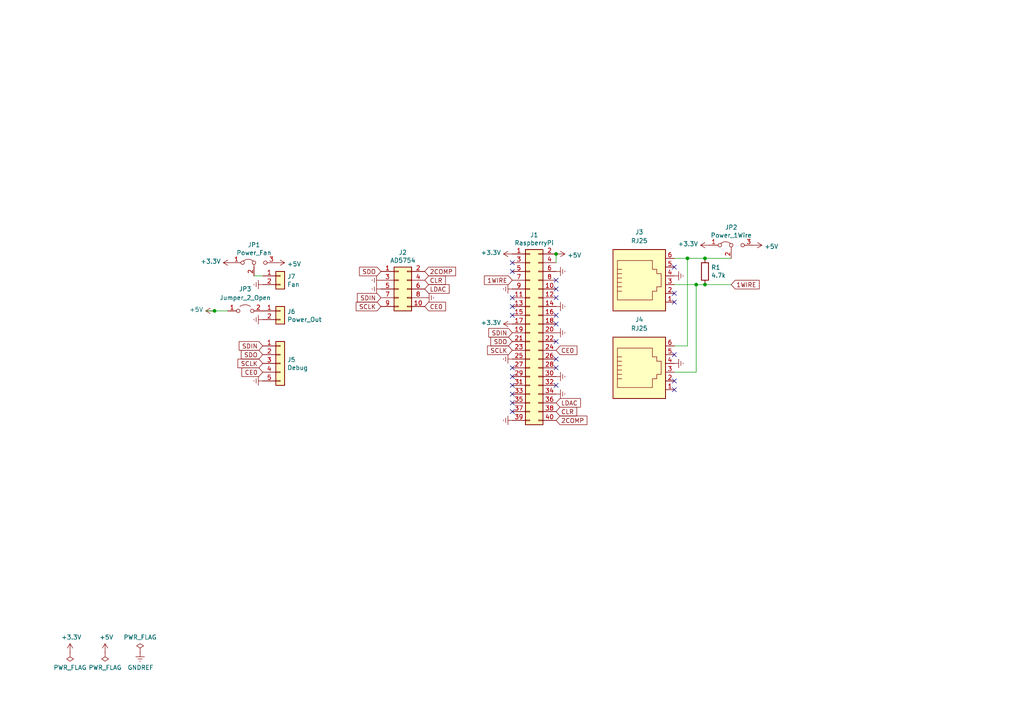
<source format=kicad_sch>
(kicad_sch (version 20230121) (generator eeschema)
  (paper "A4")
  (title_block (title " RaspberryPi 4 AD5754/LTC2983/DS18B20 Tophat") (date "2020-03-02") (rev "01") (company "Magdalena Ridge Observatory Interferometer") (comment 1 "J. F. Dooley"))
  (lib_symbols
    (symbol "Connector:RJ25" (pin_names (offset 1.016))
      (property "Reference" "J" (at -5.08 11.43 0))
      (property "Value" "RJ25" (at 2.54 11.43 0))
      (symbol "RJ25_0_1"
        (polyline (pts (xy -6.35 -1.905) (xy -5.08 -1.905) (xy -5.08 -1.905)))
        (polyline (pts (xy -6.35 -0.635) (xy -5.08 -0.635) (xy -5.08 -0.635)))
        (polyline (pts (xy -6.35 0.635) (xy -5.08 0.635) (xy -5.08 0.635)))
        (polyline (pts (xy -6.35 1.905) (xy -5.08 1.905) (xy -5.08 1.905)))
        (polyline (pts (xy -6.35 3.175) (xy -5.08 3.175) (xy -5.08 3.175)))
        (polyline (pts (xy -5.08 4.445) (xy -6.35 4.445) (xy -6.35 4.445)))
        (polyline (pts (xy -6.35 -4.445) (xy -6.35 6.985) (xy 3.81 6.985) (xy 3.81 4.445) (xy 5.08 4.445) (xy 5.08 3.175) (xy 6.35 3.175) (xy 6.35 -0.635) (xy 5.08 -0.635) (xy 5.08 -1.905) (xy 3.81 -1.905) (xy 3.81 -4.445) (xy -6.35 -4.445) (xy -6.35 -4.445)))
        (rectangle (start 7.62 10.16) (end -7.62 -7.62) (stroke (width 0.254)) (fill (type background)))
      )
      (symbol "RJ25_1_1"
        (pin passive line (at 10.16 -5.08 180) (length 2.54) (name "~") (number "1"))
        (pin passive line (at 10.16 -2.54 180) (length 2.54) (name "~") (number "2"))
        (pin passive line (at 10.16 0 180) (length 2.54) (name "~") (number "3"))
        (pin passive line (at 10.16 2.54 180) (length 2.54) (name "~") (number "4"))
        (pin passive line (at 10.16 5.08 180) (length 2.54) (name "~") (number "5"))
        (pin passive line (at 10.16 7.62 180) (length 2.54) (name "~") (number "6"))
      )
    )
    (symbol "Connector_Generic:Conn_01x02" (pin_names (offset 1.016) hide)
      (property "Reference" "J" (at 0 2.54 0))
      (property "Value" "Conn_01x02" (at 0 -5.08 0))
      (symbol "Conn_01x02_1_1"
        (rectangle (start -1.27 -2.413) (end 0 -2.667) (stroke (width 0.1524)))
        (rectangle (start -1.27 0.127) (end 0 -0.127) (stroke (width 0.1524)))
        (rectangle (start -1.27 1.27) (end 1.27 -3.81) (stroke (width 0.254)) (fill (type background)))
        (pin passive line (at -5.08 0 0) (length 3.81) (name "Pin_1") (number "1"))
        (pin passive line (at -5.08 -2.54 0) (length 3.81) (name "Pin_2") (number "2"))
      )
    )
    (symbol "Connector_Generic:Conn_01x05" (pin_names (offset 1.016) hide)
      (property "Reference" "J" (at 0 7.62 0))
      (property "Value" "Conn_01x05" (at 0 -7.62 0))
      (symbol "Conn_01x05_1_1"
        (rectangle (start -1.27 -4.953) (end 0 -5.207) (stroke (width 0.1524)))
        (rectangle (start -1.27 -2.413) (end 0 -2.667) (stroke (width 0.1524)))
        (rectangle (start -1.27 0.127) (end 0 -0.127) (stroke (width 0.1524)))
        (rectangle (start -1.27 2.667) (end 0 2.413) (stroke (width 0.1524)))
        (rectangle (start -1.27 5.207) (end 0 4.953) (stroke (width 0.1524)))
        (rectangle (start -1.27 6.35) (end 1.27 -6.35) (stroke (width 0.254)) (fill (type background)))
        (pin passive line (at -5.08 5.08 0) (length 3.81) (name "Pin_1") (number "1"))
        (pin passive line (at -5.08 2.54 0) (length 3.81) (name "Pin_2") (number "2"))
        (pin passive line (at -5.08 0 0) (length 3.81) (name "Pin_3") (number "3"))
        (pin passive line (at -5.08 -2.54 0) (length 3.81) (name "Pin_4") (number "4"))
        (pin passive line (at -5.08 -5.08 0) (length 3.81) (name "Pin_5") (number "5"))
      )
    )
    (symbol "Connector_Generic:Conn_02x05_Odd_Even" (pin_names (offset 1.016) hide)
      (property "Reference" "J" (at 1.27 7.62 0))
      (property "Value" "Conn_02x05_Odd_Even" (at 1.27 -7.62 0))
      (symbol "Conn_02x05_Odd_Even_1_1"
        (rectangle (start -1.27 -4.953) (end 0 -5.207) (stroke (width 0.1524)))
        (rectangle (start -1.27 -2.413) (end 0 -2.667) (stroke (width 0.1524)))
        (rectangle (start -1.27 0.127) (end 0 -0.127) (stroke (width 0.1524)))
        (rectangle (start -1.27 2.667) (end 0 2.413) (stroke (width 0.1524)))
        (rectangle (start -1.27 5.207) (end 0 4.953) (stroke (width 0.1524)))
        (rectangle (start -1.27 6.35) (end 3.81 -6.35) (stroke (width 0.254)) (fill (type background)))
        (rectangle (start 3.81 -4.953) (end 2.54 -5.207) (stroke (width 0.1524)))
        (rectangle (start 3.81 -2.413) (end 2.54 -2.667) (stroke (width 0.1524)))
        (rectangle (start 3.81 0.127) (end 2.54 -0.127) (stroke (width 0.1524)))
        (rectangle (start 3.81 2.667) (end 2.54 2.413) (stroke (width 0.1524)))
        (rectangle (start 3.81 5.207) (end 2.54 4.953) (stroke (width 0.1524)))
        (pin passive line (at -5.08 5.08 0) (length 3.81) (name "Pin_1") (number "1"))
        (pin passive line (at 7.62 -5.08 180) (length 3.81) (name "Pin_10") (number "10"))
        (pin passive line (at 7.62 5.08 180) (length 3.81) (name "Pin_2") (number "2"))
        (pin passive line (at -5.08 2.54 0) (length 3.81) (name "Pin_3") (number "3"))
        (pin passive line (at 7.62 2.54 180) (length 3.81) (name "Pin_4") (number "4"))
        (pin passive line (at -5.08 0 0) (length 3.81) (name "Pin_5") (number "5"))
        (pin passive line (at 7.62 0 180) (length 3.81) (name "Pin_6") (number "6"))
        (pin passive line (at -5.08 -2.54 0) (length 3.81) (name "Pin_7") (number "7"))
        (pin passive line (at 7.62 -2.54 180) (length 3.81) (name "Pin_8") (number "8"))
        (pin passive line (at -5.08 -5.08 0) (length 3.81) (name "Pin_9") (number "9"))
      )
    )
    (symbol "Connector_Generic:Conn_02x20_Odd_Even" (pin_names (offset 1.016) hide)
      (property "Reference" "J" (at 1.27 25.4 0))
      (property "Value" "Conn_02x20_Odd_Even" (at 1.27 -27.94 0))
      (symbol "Conn_02x20_Odd_Even_1_1"
        (rectangle (start -1.27 -25.273) (end 0 -25.527) (stroke (width 0.1524)))
        (rectangle (start -1.27 -22.733) (end 0 -22.987) (stroke (width 0.1524)))
        (rectangle (start -1.27 -20.193) (end 0 -20.447) (stroke (width 0.1524)))
        (rectangle (start -1.27 -17.653) (end 0 -17.907) (stroke (width 0.1524)))
        (rectangle (start -1.27 -15.113) (end 0 -15.367) (stroke (width 0.1524)))
        (rectangle (start -1.27 -12.573) (end 0 -12.827) (stroke (width 0.1524)))
        (rectangle (start -1.27 -10.033) (end 0 -10.287) (stroke (width 0.1524)))
        (rectangle (start -1.27 -7.493) (end 0 -7.747) (stroke (width 0.1524)))
        (rectangle (start -1.27 -4.953) (end 0 -5.207) (stroke (width 0.1524)))
        (rectangle (start -1.27 -2.413) (end 0 -2.667) (stroke (width 0.1524)))
        (rectangle (start -1.27 0.127) (end 0 -0.127) (stroke (width 0.1524)))
        (rectangle (start -1.27 2.667) (end 0 2.413) (stroke (width 0.1524)))
        (rectangle (start -1.27 5.207) (end 0 4.953) (stroke (width 0.1524)))
        (rectangle (start -1.27 7.747) (end 0 7.493) (stroke (width 0.1524)))
        (rectangle (start -1.27 10.287) (end 0 10.033) (stroke (width 0.1524)))
        (rectangle (start -1.27 12.827) (end 0 12.573) (stroke (width 0.1524)))
        (rectangle (start -1.27 15.367) (end 0 15.113) (stroke (width 0.1524)))
        (rectangle (start -1.27 17.907) (end 0 17.653) (stroke (width 0.1524)))
        (rectangle (start -1.27 20.447) (end 0 20.193) (stroke (width 0.1524)))
        (rectangle (start -1.27 22.987) (end 0 22.733) (stroke (width 0.1524)))
        (rectangle (start -1.27 24.13) (end 3.81 -26.67) (stroke (width 0.254)) (fill (type background)))
        (rectangle (start 3.81 -25.273) (end 2.54 -25.527) (stroke (width 0.1524)))
        (rectangle (start 3.81 -22.733) (end 2.54 -22.987) (stroke (width 0.1524)))
        (rectangle (start 3.81 -20.193) (end 2.54 -20.447) (stroke (width 0.1524)))
        (rectangle (start 3.81 -17.653) (end 2.54 -17.907) (stroke (width 0.1524)))
        (rectangle (start 3.81 -15.113) (end 2.54 -15.367) (stroke (width 0.1524)))
        (rectangle (start 3.81 -12.573) (end 2.54 -12.827) (stroke (width 0.1524)))
        (rectangle (start 3.81 -10.033) (end 2.54 -10.287) (stroke (width 0.1524)))
        (rectangle (start 3.81 -7.493) (end 2.54 -7.747) (stroke (width 0.1524)))
        (rectangle (start 3.81 -4.953) (end 2.54 -5.207) (stroke (width 0.1524)))
        (rectangle (start 3.81 -2.413) (end 2.54 -2.667) (stroke (width 0.1524)))
        (rectangle (start 3.81 0.127) (end 2.54 -0.127) (stroke (width 0.1524)))
        (rectangle (start 3.81 2.667) (end 2.54 2.413) (stroke (width 0.1524)))
        (rectangle (start 3.81 5.207) (end 2.54 4.953) (stroke (width 0.1524)))
        (rectangle (start 3.81 7.747) (end 2.54 7.493) (stroke (width 0.1524)))
        (rectangle (start 3.81 10.287) (end 2.54 10.033) (stroke (width 0.1524)))
        (rectangle (start 3.81 12.827) (end 2.54 12.573) (stroke (width 0.1524)))
        (rectangle (start 3.81 15.367) (end 2.54 15.113) (stroke (width 0.1524)))
        (rectangle (start 3.81 17.907) (end 2.54 17.653) (stroke (width 0.1524)))
        (rectangle (start 3.81 20.447) (end 2.54 20.193) (stroke (width 0.1524)))
        (rectangle (start 3.81 22.987) (end 2.54 22.733) (stroke (width 0.1524)))
        (pin passive line (at -5.08 22.86 0) (length 3.81) (name "Pin_1") (number "1"))
        (pin passive line (at 7.62 12.7 180) (length 3.81) (name "Pin_10") (number "10"))
        (pin passive line (at -5.08 10.16 0) (length 3.81) (name "Pin_11") (number "11"))
        (pin passive line (at 7.62 10.16 180) (length 3.81) (name "Pin_12") (number "12"))
        (pin passive line (at -5.08 7.62 0) (length 3.81) (name "Pin_13") (number "13"))
        (pin passive line (at 7.62 7.62 180) (length 3.81) (name "Pin_14") (number "14"))
        (pin passive line (at -5.08 5.08 0) (length 3.81) (name "Pin_15") (number "15"))
        (pin passive line (at 7.62 5.08 180) (length 3.81) (name "Pin_16") (number "16"))
        (pin passive line (at -5.08 2.54 0) (length 3.81) (name "Pin_17") (number "17"))
        (pin passive line (at 7.62 2.54 180) (length 3.81) (name "Pin_18") (number "18"))
        (pin passive line (at -5.08 0 0) (length 3.81) (name "Pin_19") (number "19"))
        (pin passive line (at 7.62 22.86 180) (length 3.81) (name "Pin_2") (number "2"))
        (pin passive line (at 7.62 0 180) (length 3.81) (name "Pin_20") (number "20"))
        (pin passive line (at -5.08 -2.54 0) (length 3.81) (name "Pin_21") (number "21"))
        (pin passive line (at 7.62 -2.54 180) (length 3.81) (name "Pin_22") (number "22"))
        (pin passive line (at -5.08 -5.08 0) (length 3.81) (name "Pin_23") (number "23"))
        (pin passive line (at 7.62 -5.08 180) (length 3.81) (name "Pin_24") (number "24"))
        (pin passive line (at -5.08 -7.62 0) (length 3.81) (name "Pin_25") (number "25"))
        (pin passive line (at 7.62 -7.62 180) (length 3.81) (name "Pin_26") (number "26"))
        (pin passive line (at -5.08 -10.16 0) (length 3.81) (name "Pin_27") (number "27"))
        (pin passive line (at 7.62 -10.16 180) (length 3.81) (name "Pin_28") (number "28"))
        (pin passive line (at -5.08 -12.7 0) (length 3.81) (name "Pin_29") (number "29"))
        (pin passive line (at -5.08 20.32 0) (length 3.81) (name "Pin_3") (number "3"))
        (pin passive line (at 7.62 -12.7 180) (length 3.81) (name "Pin_30") (number "30"))
        (pin passive line (at -5.08 -15.24 0) (length 3.81) (name "Pin_31") (number "31"))
        (pin passive line (at 7.62 -15.24 180) (length 3.81) (name "Pin_32") (number "32"))
        (pin passive line (at -5.08 -17.78 0) (length 3.81) (name "Pin_33") (number "33"))
        (pin passive line (at 7.62 -17.78 180) (length 3.81) (name "Pin_34") (number "34"))
        (pin passive line (at -5.08 -20.32 0) (length 3.81) (name "Pin_35") (number "35"))
        (pin passive line (at 7.62 -20.32 180) (length 3.81) (name "Pin_36") (number "36"))
        (pin passive line (at -5.08 -22.86 0) (length 3.81) (name "Pin_37") (number "37"))
        (pin passive line (at 7.62 -22.86 180) (length 3.81) (name "Pin_38") (number "38"))
        (pin passive line (at -5.08 -25.4 0) (length 3.81) (name "Pin_39") (number "39"))
        (pin passive line (at 7.62 20.32 180) (length 3.81) (name "Pin_4") (number "4"))
        (pin passive line (at 7.62 -25.4 180) (length 3.81) (name "Pin_40") (number "40"))
        (pin passive line (at -5.08 17.78 0) (length 3.81) (name "Pin_5") (number "5"))
        (pin passive line (at 7.62 17.78 180) (length 3.81) (name "Pin_6") (number "6"))
        (pin passive line (at -5.08 15.24 0) (length 3.81) (name "Pin_7") (number "7"))
        (pin passive line (at 7.62 15.24 180) (length 3.81) (name "Pin_8") (number "8"))
        (pin passive line (at -5.08 12.7 0) (length 3.81) (name "Pin_9") (number "9"))
      )
    )
    (symbol "Device:R" (pin_numbers hide) (pin_names (offset 0))
      (property "Reference" "R" (at 2.032 0 90))
      (property "Value" "R" (at 0 0 90))
      (symbol "R_0_1"
        (rectangle (start -1.016 -2.54) (end 1.016 2.54) (stroke (width 0.254)))
      )
      (symbol "R_1_1"
        (pin passive line (at 0 3.81 270) (length 1.27) (name "~") (number "1"))
        (pin passive line (at 0 -3.81 90) (length 1.27) (name "~") (number "2"))
      )
    )
    (symbol "Jumper:Jumper_2_Open" (pin_names (offset 0) hide)
      (property "Reference" "JP" (at 0 2.794 0))
      (property "Value" "Jumper_2_Open" (at 0 -2.286 0))
      (symbol "Jumper_2_Open_0_0"
        (circle (center -2.032 0) (radius 0.508))
        (circle (center 2.032 0) (radius 0.508))
      )
      (symbol "Jumper_2_Open_0_1"
        (arc (start 1.524 1.27) (mid 0 1.778) (end -1.524 1.27))
      )
      (symbol "Jumper_2_Open_1_1"
        (pin passive line (at -5.08 0 0) (length 2.54) (name "A") (number "1"))
        (pin passive line (at 5.08 0 180) (length 2.54) (name "B") (number "2"))
      )
    )
    (symbol "Jumper:Jumper_3_Bridged12" (pin_names (offset 0) hide)
      (property "Reference" "JP" (at -2.54 -2.54 0))
      (property "Value" "Jumper_3_Bridged12" (at 0 2.794 0))
      (symbol "Jumper_3_Bridged12_0_0"
        (circle (center -3.302 0) (radius 0.508))
        (circle (center 0 0) (radius 0.508))
        (circle (center 3.302 0) (radius 0.508))
      )
      (symbol "Jumper_3_Bridged12_0_1"
        (arc (start -0.254 0.508) (mid -1.651 0.9912) (end -3.048 0.508))
        (polyline (pts (xy 0 -1.27) (xy 0 -0.508)))
      )
      (symbol "Jumper_3_Bridged12_1_1"
        (pin passive line (at -6.35 0 0) (length 2.54) (name "A") (number "1"))
        (pin passive line (at 0 -3.81 90) (length 2.54) (name "C") (number "2"))
        (pin passive line (at 6.35 0 180) (length 2.54) (name "B") (number "3"))
      )
    )
    (symbol "RJE0166001:RJE0166001" (pin_names (offset 1.016))
      (property "Reference" "J" (at -5.08 10.1854 0))
      (property "Value" "RJE0166001_RJE0166001" (at -5.08 -10.16 0))
      (symbol "RJE0166001_0_0"
        (polyline (pts (xy -5.08 -7.62) (xy -5.08 10.16)) (stroke (width 0.254)))
        (polyline (pts (xy -5.08 10.16) (xy 2.54 10.16)) (stroke (width 0.254)))
        (polyline (pts (xy 2.54 -7.62) (xy -5.08 -7.62)) (stroke (width 0.254)))
        (polyline (pts (xy 2.54 10.16) (xy 2.54 -7.62)) (stroke (width 0.254)))
        (pin passive line (at -10.16 7.62 0) (length 5.08) (name "P1") (number "1"))
        (pin passive line (at -10.16 5.08 0) (length 5.08) (name "P2") (number "2"))
        (pin passive line (at -10.16 2.54 0) (length 5.08) (name "P3") (number "3"))
        (pin passive line (at -10.16 0 0) (length 5.08) (name "P4") (number "4"))
        (pin passive line (at -10.16 -2.54 0) (length 5.08) (name "P5") (number "5"))
        (pin passive line (at -10.16 -5.08 0) (length 5.08) (name "P6") (number "6"))
      )
    )
    (symbol "power:+3.3V" (power) (pin_names (offset 0))
      (property "Value" "+3.3V" (at 0 3.556 0))
      (symbol "+3.3V_0_1"
        (polyline (pts (xy -0.762 1.27) (xy 0 2.54)))
        (polyline (pts (xy 0 0) (xy 0 2.54)))
        (polyline (pts (xy 0 2.54) (xy 0.762 1.27)))
      )
      (symbol "+3.3V_1_1"
        (pin power_in line (at 0 0 90) (length 0) hide (name "+3.3V") (number "1"))
      )
    )
    (symbol "power:+5V" (power) (pin_names (offset 0))
      (property "Value" "+5V" (at 0 3.556 0))
      (symbol "+5V_0_1"
        (polyline (pts (xy -0.762 1.27) (xy 0 2.54)))
        (polyline (pts (xy 0 0) (xy 0 2.54)))
        (polyline (pts (xy 0 2.54) (xy 0.762 1.27)))
      )
      (symbol "+5V_1_1"
        (pin power_in line (at 0 0 90) (length 0) hide (name "+5V") (number "1"))
      )
    )
    (symbol "power:GNDREF" (power) (pin_names (offset 0))
      (property "Value" "GNDREF" (at 0 -3.81 0))
      (symbol "GNDREF_0_1"
        (polyline (pts (xy -0.635 -1.905) (xy 0.635 -1.905)))
        (polyline (pts (xy -0.127 -2.54) (xy 0.127 -2.54)))
        (polyline (pts (xy 0 -1.27) (xy 0 0)))
        (polyline (pts (xy 1.27 -1.27) (xy -1.27 -1.27)))
      )
      (symbol "GNDREF_1_1"
        (pin power_in line (at 0 0 270) (length 0) hide (name "GNDREF") (number "1"))
      )
    )
    (symbol "power:PWR_FLAG" (power) (pin_numbers hide) (pin_names (offset 0) hide)
      (property "Value" "PWR_FLAG" (at 0 3.81 0))
      (symbol "PWR_FLAG_0_0"
        (pin power_out line (at 0 0 90) (length 0) (name "pwr") (number "1"))
      )
      (symbol "PWR_FLAG_0_1"
        (polyline (pts (xy 0 0) (xy 0 1.27) (xy -1.016 1.905) (xy 0 2.54) (xy 1.016 1.905) (xy 0 1.27)))
      )
    )
  )
  (junction (at 62.23 90.17))
  (junction (at 199.39 74.93))
  (junction (at 201.93 82.55))
  (junction (at 204.47 74.93))
  (junction (at 161.29 73.66))
  (junction (at 204.47 82.55))
  (no_connect (at 161.29 81.28))
  (no_connect (at 195.58 102.87))
  (no_connect (at 148.59 111.76))
  (no_connect (at 161.29 83.82))
  (no_connect (at 195.58 85.09))
  (no_connect (at 161.29 86.36))
  (no_connect (at 161.29 99.06))
  (no_connect (at 161.29 106.68))
  (no_connect (at 148.59 114.3))
  (no_connect (at 161.29 91.44))
  (no_connect (at 148.59 91.44))
  (no_connect (at 195.58 77.47))
  (no_connect (at 148.59 88.9))
  (no_connect (at 195.58 87.63))
  (no_connect (at 195.58 110.49))
  (no_connect (at 148.59 109.22))
  (no_connect (at 195.58 113.03))
  (no_connect (at 148.59 116.84))
  (no_connect (at 161.29 111.76))
  (no_connect (at 161.29 93.98))
  (no_connect (at 148.59 106.68))
  (no_connect (at 148.59 76.2))
  (no_connect (at 148.59 86.36))
  (no_connect (at 148.59 119.38))
  (no_connect (at 161.29 104.14))
  (no_connect (at 148.59 78.74))
  (wire (pts (xy 161.29 76.2) (xy 161.29 73.66)))
  (wire (pts (xy 62.23 90.17) (xy 66.04 90.17)))
  (wire (pts (xy 204.47 74.93) (xy 212.09 74.93)))
  (wire (pts (xy 199.39 100.33) (xy 199.39 74.93)))
  (wire (pts (xy 204.47 82.55) (xy 201.93 82.55)))
  (wire (pts (xy 201.93 107.95) (xy 201.93 82.55)))
  (wire (pts (xy 201.93 107.95) (xy 195.58 107.95)))
  (wire (pts (xy 195.58 100.33) (xy 199.39 100.33)))
  (wire (pts (xy 201.93 82.55) (xy 195.58 82.55)))
  (wire (pts (xy 212.09 82.55) (xy 204.47 82.55)))
  (wire (pts (xy 195.58 74.93) (xy 199.39 74.93)))
  (wire (pts (xy 62.23 90.17) (xy 59.69 90.17)))
  (wire (pts (xy 76.2 80.01) (xy 73.66 80.01)))
  (wire (pts (xy 199.39 74.93) (xy 204.47 74.93)))
  (global_label "SDO" (shape input) (at 76.2 102.87 180) (property "Intersheetrefs" "${INTERSHEET_REFS}" (effects hide)))
  (global_label "SCLK" (shape input) (at 76.2 105.41 180) (property "Intersheetrefs" "${INTERSHEET_REFS}" (effects hide)))
  (global_label "LDAC" (shape input) (at 123.19 83.82 0) (property "Intersheetrefs" "${INTERSHEET_REFS}" (effects hide)))
  (global_label "SDIN" (shape input) (at 148.59 96.52 180) (property "Intersheetrefs" "${INTERSHEET_REFS}" (effects hide)))
  (global_label "SDO" (shape input) (at 148.59 99.06 180) (property "Intersheetrefs" "${INTERSHEET_REFS}" (effects hide)))
  (global_label "CE0" (shape input) (at 76.2 107.95 180) (property "Intersheetrefs" "${INTERSHEET_REFS}" (effects hide)))
  (global_label "SDIN" (shape input) (at 76.2 100.33 180) (property "Intersheetrefs" "${INTERSHEET_REFS}" (effects hide)))
  (global_label "CE0" (shape input) (at 161.29 101.6 0) (property "Intersheetrefs" "${INTERSHEET_REFS}" (effects hide)))
  (global_label "SDO" (shape input) (at 110.49 78.74 180) (property "Intersheetrefs" "${INTERSHEET_REFS}" (effects hide)))
  (global_label "SCLK" (shape input) (at 148.59 101.6 180) (property "Intersheetrefs" "${INTERSHEET_REFS}" (effects hide)))
  (global_label "SCLK" (shape input) (at 110.49 88.9 180) (property "Intersheetrefs" "${INTERSHEET_REFS}" (effects hide)))
  (global_label "2COMP" (shape input) (at 123.19 78.74 0) (property "Intersheetrefs" "${INTERSHEET_REFS}" (effects hide)))
  (global_label "SDIN" (shape input) (at 110.49 86.36 180) (property "Intersheetrefs" "${INTERSHEET_REFS}" (effects hide)))
  (global_label "1WIRE" (shape input) (at 148.59 81.28 180) (property "Intersheetrefs" "${INTERSHEET_REFS}" (effects hide)))
  (global_label "1WIRE" (shape input) (at 212.09 82.55 0) (property "Intersheetrefs" "${INTERSHEET_REFS}" (effects hide)))
  (global_label "CE0" (shape input) (at 123.19 88.9 0) (property "Intersheetrefs" "${INTERSHEET_REFS}" (effects hide)))
  (global_label "CLR" (shape input) (at 161.29 119.38 0) (property "Intersheetrefs" "${INTERSHEET_REFS}" (effects hide)))
  (global_label "LDAC" (shape input) (at 161.29 116.84 0) (property "Intersheetrefs" "${INTERSHEET_REFS}" (effects hide)))
  (global_label "2COMP" (shape input) (at 161.29 121.92 0) (property "Intersheetrefs" "${INTERSHEET_REFS}" (effects hide)))
  (global_label "CLR" (shape input) (at 123.19 81.28 0) (property "Intersheetrefs" "${INTERSHEET_REFS}" (effects hide)))
  (symbol (lib_id "Connector_Generic:Conn_02x05_Odd_Even") (at 115.57 83.82 0) (unit 1)
    (property "Reference" "J2" (at 116.84 73.2282 0))
    (property "Value" "AD5754" (at 116.84 75.5396 0))
    (property "Footprint" "Connector_PinSocket_2.54mm:PinSocket_2x05_P2.54mm_Vertical" (effects hide))
  )
  (symbol (lib_id "Connector_Generic:Conn_02x20_Odd_Even") (at 153.67 96.52 0) (unit 1)
    (property "Reference" "J1" (at 154.94 68.1482 0))
    (property "Value" "RaspberryPi" (at 154.94 70.4596 0))
    (property "Footprint" "Connector_PinSocket_2.54mm:PinSocket_2x20_P2.54mm_Vertical" (effects hide))
  )
  (symbol (lib_id "power:GNDREF") (at 123.19 86.36 90) (unit 1)
    (property "Reference" "#PWR08" (effects hide))
    (property "Value" "GNDREF" (effects hide))
  )
  (symbol (lib_id "power:GNDREF") (at 110.49 81.28 270) (unit 1)
    (property "Reference" "#PWR04" (effects hide))
    (property "Value" "GNDREF" (effects hide))
  )
  (symbol (lib_id "power:GNDREF") (at 110.49 83.82 270) (unit 1)
    (property "Reference" "#PWR05" (effects hide))
    (property "Value" "GNDREF" (effects hide))
  )
  (symbol (lib_id "power:GNDREF") (at 161.29 78.74 90) (unit 1)
    (property "Reference" "#PWR016" (effects hide))
    (property "Value" "GNDREF" (effects hide))
  )
  (symbol (lib_id "power:+5V") (at 161.29 73.66 270) (unit 1)
    (property "Reference" "#PWR015" (effects hide))
    (property "Value" "+5V" (at 164.5412 74.041 90) (effects (justify left)))
  )
  (symbol (lib_id "power:+3.3V") (at 148.59 93.98 90) (unit 1)
    (property "Reference" "#PWR024" (effects hide))
    (property "Value" "+3.3V" (at 145.3388 93.599 90) (effects (justify left)))
  )
  (symbol (lib_id "power:GNDREF") (at 148.59 121.92 270) (unit 1)
    (property "Reference" "#PWR026" (effects hide))
    (property "Value" "GNDREF" (effects hide))
  )
  (symbol (lib_id "Connector_Generic:Conn_01x02") (at 81.28 80.01 0) (unit 1)
    (property "Reference" "J7" (at 83.312 80.2132 0) (effects (justify left)))
    (property "Value" "Fan" (at 83.312 82.5246 0) (effects (justify left)))
    (property "Footprint" "Connector_PinHeader_2.54mm:PinHeader_1x02_P2.54mm_Vertical" (effects hide))
  )
  (symbol (lib_id "power:GNDREF") (at 161.29 114.3 90) (unit 1)
    (property "Reference" "#PWR030" (effects hide))
    (property "Value" "GNDREF" (effects hide))
  )
  (symbol (lib_id "power:GNDREF") (at 76.2 82.55 270) (unit 1)
    (property "Reference" "#PWR012" (effects hide))
    (property "Value" "GNDREF" (effects hide))
  )
  (symbol (lib_id "power:GNDREF") (at 161.29 109.22 90) (unit 1)
    (property "Reference" "#PWR029" (effects hide))
    (property "Value" "GNDREF" (effects hide))
  )
  (symbol (lib_id "power:+5V") (at 80.01 76.2 270) (unit 1)
    (property "Reference" "#PWR013" (effects hide))
    (property "Value" "+5V" (at 83.2612 76.581 90) (effects (justify left)))
  )
  (symbol (lib_id "power:GNDREF") (at 148.59 104.14 270) (unit 1)
    (property "Reference" "#PWR025" (effects hide))
    (property "Value" "GNDREF" (effects hide))
  )
  (symbol (lib_id "power:GNDREF") (at 161.29 96.52 90) (unit 1)
    (property "Reference" "#PWR028" (effects hide))
    (property "Value" "GNDREF" (effects hide))
  )
  (symbol (lib_id "power:GNDREF") (at 195.58 80.01 90) (unit 1)
    (property "Reference" "#PWR019" (effects hide))
    (property "Value" "GNDREF" (effects hide))
  )
  (symbol (lib_id "power:GNDREF") (at 161.29 88.9 90) (unit 1)
    (property "Reference" "#PWR027" (effects hide))
    (property "Value" "GNDREF" (effects hide))
  )
  (symbol (lib_id "Jumper:Jumper_3_Bridged12") (at 212.09 71.12 0) (unit 1)
    (property "Reference" "JP2" (at 212.09 65.9384 0))
    (property "Value" "Power_1Wire" (at 212.09 68.2498 0))
    (property "Footprint" "Connector_PinHeader_2.54mm:PinHeader_1x03_P2.54mm_Vertical" (effects hide))
  )
  (symbol (lib_id "power:GNDREF") (at 148.59 83.82 270) (unit 1)
    (property "Reference" "#PWR023" (effects hide))
    (property "Value" "GNDREF" (effects hide))
  )
  (symbol (lib_id "power:+5V") (at 218.44 71.12 270) (unit 1)
    (property "Reference" "#PWR022" (effects hide))
    (property "Value" "+5V" (at 221.6912 71.501 90) (effects (justify left)))
  )
  (symbol (lib_id "power:+3.3V") (at 148.59 73.66 90) (unit 1)
    (property "Reference" "#PWR014" (effects hide))
    (property "Value" "+3.3V" (at 145.3388 73.279 90) (effects (justify left)))
  )
  (symbol (lib_id "power:+3.3V") (at 205.74 71.12 90) (unit 1)
    (property "Reference" "#PWR021" (effects hide))
    (property "Value" "+3.3V" (at 202.4888 70.739 90) (effects (justify left)))
  )
  (symbol (lib_id "Device:R") (at 204.47 78.74 0) (unit 1)
    (property "Reference" "R1" (at 206.248 77.5716 0) (effects (justify left)))
    (property "Value" "4.7k" (at 206.248 79.883 0) (effects (justify left)))
    (property "Footprint" "Resistor_SMD:R_0805_2012Metric" (effects hide))
  )
  (symbol (lib_id "Jumper:Jumper_3_Bridged12") (at 73.66 76.2 0) (unit 1)
    (property "Reference" "JP1" (at 73.66 71.0184 0))
    (property "Value" "Power_Fan" (at 73.66 73.3298 0))
    (property "Footprint" "Connector_PinHeader_2.54mm:PinHeader_1x03_P2.54mm_Vertical" (effects hide))
  )
  (symbol (lib_id "power:+3.3V") (at 67.31 76.2 90) (unit 1)
    (property "Reference" "#PWR011" (effects hide))
    (property "Value" "+3.3V" (at 64.0588 75.819 90) (effects (justify left)))
  )
  (symbol (lib_id "Connector_Generic:Conn_01x02") (at 81.28 90.17 0) (unit 1)
    (property "Reference" "J6" (at 83.312 90.3732 0) (effects (justify left)))
    (property "Value" "Power_Out" (at 83.312 92.6846 0) (effects (justify left)))
    (property "Footprint" "TerminalBlock:TerminalBlock_bornier-2_P5.08mm" (effects hide))
  )
  (symbol (lib_id "power:GNDREF") (at 76.2 92.71 270) (unit 1)
    (property "Reference" "#PWR018" (effects hide))
    (property "Value" "GNDREF" (effects hide))
  )
  (symbol (lib_id "power:GNDREF") (at 195.58 105.41 90) (unit 1)
    (property "Reference" "#PWR020" (effects hide))
    (property "Value" "GNDREF" (effects hide))
  )
  (symbol (lib_id "Connector_Generic:Conn_01x05") (at 81.28 105.41 0) (unit 1)
    (property "Reference" "J5" (at 83.312 104.3432 0) (effects (justify left)))
    (property "Value" "Debug" (at 83.312 106.6546 0) (effects (justify left)))
    (property "Footprint" "Connector_PinHeader_2.54mm:PinHeader_1x05_P2.54mm_Vertical" (effects hide))
  )
  (symbol (lib_id "power:+3.3V") (at 20.32 189.23 0) (unit 1)
    (property "Reference" "#PWR01" (effects hide))
    (property "Value" "+3.3V" (at 20.701 184.8358 0))
  )
  (symbol (lib_id "power:+5V") (at 30.48 189.23 0) (unit 1)
    (property "Reference" "#PWR02" (effects hide))
    (property "Value" "+5V" (at 30.861 184.8358 0))
  )
  (symbol (lib_id "power:GNDREF") (at 40.64 189.23 0) (unit 1)
    (property "Reference" "#PWR03" (effects hide))
    (property "Value" "GNDREF" (at 40.767 193.6242 0))
  )
  (symbol (lib_id "power:PWR_FLAG") (at 40.64 189.23 0) (unit 1)
    (property "Reference" "#FLG03" (effects hide))
    (property "Value" "PWR_FLAG" (at 40.64 184.8358 0))
  )
  (symbol (lib_id "power:PWR_FLAG") (at 30.48 189.23 180) (unit 1)
    (property "Reference" "#FLG02" (effects hide))
    (property "Value" "PWR_FLAG" (at 30.48 193.6242 0))
  )
  (symbol (lib_id "power:PWR_FLAG") (at 20.32 189.23 180) (unit 1)
    (property "Reference" "#FLG01" (effects hide))
    (property "Value" "PWR_FLAG" (at 20.32 193.6242 0))
  )
  (symbol (lib_id "power:+5V") (at 62.23 90.17 90) (unit 1)
    (property "Reference" "#PWR06" (effects hide))
    (property "Value" "+5V" (at 58.9788 89.789 90) (effects (justify left)))
  )
  (symbol (lib_id "power:GNDREF") (at 76.2 110.49 270) (unit 1)
    (property "Reference" "#PWR0101" (effects hide))
    (property "Value" "GNDREF" (effects hide))
  )
  (symbol (lib_id "Jumper:Jumper_2_Open") (at 71.12 90.17 0) (unit 1)
    (property "Reference" "JP3" (at 71.12 83.82 0))
    (property "Value" "Jumper_2_Open" (at 71.12 86.36 0))
  )
  (symbol (lib_id "Connector:RJ25") (at 185.42 107.95 0) (unit 1)
    (property "Reference" "J4" (at 185.42 92.71 0))
    (property "Value" "RJ25" (at 185.42 95.25 0))
  )
  (symbol (lib_id "Connector:RJ25") (at 185.42 82.55 0) (unit 1)
    (property "Reference" "J3" (at 185.42 67.31 0))
    (property "Value" "RJ25" (at 185.42 69.85 0))
  )
)
</source>
